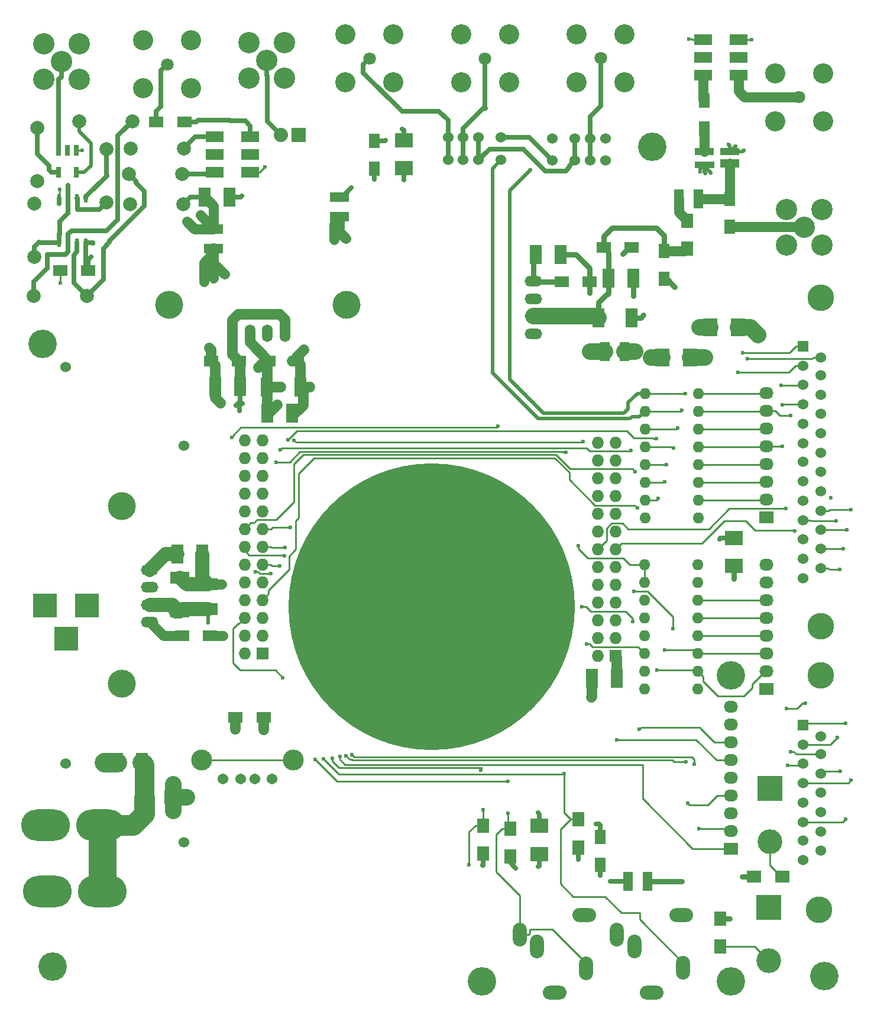
<source format=gbr>
G04 #@! TF.FileFunction,Copper,L1,Top,Signal*
%FSLAX46Y46*%
G04 Gerber Fmt 4.6, Leading zero omitted, Abs format (unit mm)*
G04 Created by KiCad (PCBNEW 4.0.1-3.201512221401+6198~38~ubuntu15.10.1-stable) date Tue 04 Oct 2016 03:44:24 PM PDT*
%MOMM*%
G01*
G04 APERTURE LIST*
%ADD10C,0.100000*%
%ADD11R,2.000000X1.600000*%
%ADD12C,4.064000*%
%ADD13O,1.600000X1.600000*%
%ADD14R,1.727200X1.727200*%
%ADD15O,1.727200X1.727200*%
%ADD16R,2.500000X2.000000*%
%ADD17C,1.998980*%
%ADD18R,1.778000X2.794000*%
%ADD19O,2.499360X1.501140*%
%ADD20R,1.800860X2.700020*%
%ADD21R,1.700000X2.000000*%
%ADD22R,1.600000X2.000000*%
%ADD23C,1.524000*%
%ADD24R,2.000000X2.500000*%
%ADD25C,1.800000*%
%ADD26C,2.880000*%
%ADD27R,2.799080X1.198880*%
%ADD28R,2.799080X1.000760*%
%ADD29C,3.048000*%
%ADD30R,2.032000X2.032000*%
%ADD31O,2.032000X2.032000*%
%ADD32R,2.540000X1.650000*%
%ADD33C,4.000000*%
%ADD34O,7.000000X4.500000*%
%ADD35O,1.501140X2.499360*%
%ADD36R,2.794000X1.778000*%
%ADD37R,3.500120X3.500120*%
%ADD38R,2.651760X2.029460*%
%ADD39R,0.760000X1.650000*%
%ADD40R,0.508000X1.143000*%
%ADD41R,2.700020X1.800860*%
%ADD42C,3.540760*%
%ADD43R,3.540760X3.540760*%
%ADD44R,2.700000X1.400000*%
%ADD45R,1.400000X2.700000*%
%ADD46R,2.032000X1.727200*%
%ADD47O,2.032000X1.727200*%
%ADD48R,2.000000X1.700000*%
%ADD49C,3.810000*%
%ADD50R,1.524000X1.524000*%
%ADD51C,41.000000*%
%ADD52C,1.540000*%
%ADD53C,3.000000*%
%ADD54O,3.400000X2.000000*%
%ADD55O,2.000000X3.400000*%
%ADD56C,0.600000*%
%ADD57C,1.500000*%
%ADD58C,0.250000*%
%ADD59C,2.000000*%
%ADD60C,2.800000*%
%ADD61C,0.700000*%
%ADD62C,2.400000*%
%ADD63C,1.400000*%
%ADD64C,0.800000*%
%ADD65C,0.500000*%
%ADD66C,1.420000*%
%ADD67C,3.000000*%
%ADD68C,4.000000*%
G04 APERTURE END LIST*
D10*
D11*
X81185000Y-127665000D03*
X77185000Y-127665000D03*
D12*
X136815000Y-45990000D03*
X49585000Y-74180000D03*
X50980000Y-163240000D03*
X161520000Y-164635000D03*
X112460000Y-165405000D03*
X148150000Y-165405000D03*
D13*
X135745000Y-105795000D03*
X135745000Y-108335000D03*
X135745000Y-110875000D03*
X135745000Y-113415000D03*
X135745000Y-115955000D03*
X135745000Y-118495000D03*
X135745000Y-121035000D03*
X135745000Y-123575000D03*
X143365000Y-123575000D03*
X143365000Y-121035000D03*
X143365000Y-118495000D03*
X143365000Y-115955000D03*
X143365000Y-113415000D03*
X143365000Y-110875000D03*
X143365000Y-108335000D03*
X143365000Y-105795000D03*
D14*
X131612160Y-118838160D03*
D15*
X129072160Y-118838160D03*
X131612160Y-116298160D03*
X129072160Y-116298160D03*
X131612160Y-113758160D03*
X129072160Y-113758160D03*
X131612160Y-111218160D03*
X129072160Y-111218160D03*
X131612160Y-108678160D03*
X129072160Y-108678160D03*
X131612160Y-106138160D03*
X129072160Y-106138160D03*
X131612160Y-103598160D03*
X129072160Y-103598160D03*
X131612160Y-101058160D03*
X129072160Y-101058160D03*
X131612160Y-98518160D03*
X129072160Y-98518160D03*
X131612160Y-95978160D03*
X129072160Y-95978160D03*
X131612160Y-93438160D03*
X129072160Y-93438160D03*
X131612160Y-90898160D03*
X129072160Y-90898160D03*
X131612160Y-88358160D03*
X129072160Y-88358160D03*
D16*
X120655000Y-147170000D03*
X120655000Y-143170000D03*
D17*
X62150000Y-46265000D03*
X69770000Y-46265000D03*
D14*
X81017900Y-118459700D03*
D15*
X78477900Y-118459700D03*
X81017900Y-115919700D03*
X78477900Y-115919700D03*
X81017900Y-113379700D03*
X78477900Y-113379700D03*
X81017900Y-110839700D03*
X78477900Y-110839700D03*
X81017900Y-108299700D03*
X78477900Y-108299700D03*
X81017900Y-105759700D03*
X78477900Y-105759700D03*
X81017900Y-103219700D03*
X78477900Y-103219700D03*
X81017900Y-100679700D03*
X78477900Y-100679700D03*
X81017900Y-98139700D03*
X78477900Y-98139700D03*
X81017900Y-95599700D03*
X78477900Y-95599700D03*
X81017900Y-93059700D03*
X78477900Y-93059700D03*
X81017900Y-90519700D03*
X78477900Y-90519700D03*
X81017900Y-87979700D03*
X78477900Y-87979700D03*
D18*
X120205000Y-61400000D03*
X123761000Y-61400000D03*
D19*
X119855000Y-70275000D03*
X119855000Y-72775000D03*
X119855000Y-67775000D03*
X119855000Y-65275000D03*
D20*
X129129400Y-70450000D03*
X133930000Y-70450000D03*
D11*
X123880000Y-65300000D03*
X127880000Y-65300000D03*
D21*
X141855000Y-60590000D03*
X141855000Y-56590000D03*
D11*
X129930000Y-60400000D03*
X133930000Y-60400000D03*
D18*
X130599000Y-64775000D03*
X134155000Y-64775000D03*
D22*
X138535000Y-60930000D03*
X138535000Y-64930000D03*
D23*
X115200000Y-44705000D03*
X112000000Y-44705000D03*
X109800000Y-44705000D03*
X107600000Y-44705000D03*
X115200000Y-47905000D03*
X112000000Y-47905000D03*
X109800000Y-47905000D03*
X107600000Y-47905000D03*
D24*
X145155000Y-71845000D03*
X149155000Y-71845000D03*
D25*
X112920000Y-33395000D03*
D26*
X116350000Y-36825000D03*
X109490000Y-36825000D03*
X109490000Y-29965000D03*
X116350000Y-29965000D03*
D27*
X147925000Y-48424580D03*
D28*
X147925000Y-46705000D03*
X144323280Y-46705000D03*
D10*
G36*
X145722820Y-49105300D02*
X142923740Y-49105300D01*
X142923740Y-48104540D01*
X145722820Y-48104540D01*
X145722820Y-49105300D01*
X145722820Y-49105300D01*
G37*
D25*
X129450000Y-33330000D03*
D26*
X132880000Y-36760000D03*
X126020000Y-36760000D03*
X126020000Y-29900000D03*
X132880000Y-29900000D03*
D23*
X122550000Y-48005000D03*
X125750000Y-48005000D03*
X127950000Y-48005000D03*
X130150000Y-48005000D03*
X122550000Y-44805000D03*
X125750000Y-44805000D03*
X127950000Y-44805000D03*
X130150000Y-44805000D03*
D22*
X147925000Y-53455000D03*
X147925000Y-57455000D03*
D29*
X158626227Y-57543329D03*
X161166227Y-55003329D03*
X161166227Y-60083329D03*
X156086227Y-60083329D03*
X156086227Y-55003329D03*
D25*
X157861600Y-38929680D03*
D26*
X154431600Y-42359680D03*
X154431600Y-35499680D03*
X161291600Y-35499680D03*
X161291600Y-42359680D03*
D22*
X144335000Y-39425000D03*
X144335000Y-43425000D03*
D16*
X101250000Y-45055000D03*
X101250000Y-49055000D03*
D25*
X96375000Y-33365000D03*
D26*
X99805000Y-36795000D03*
X92945000Y-36795000D03*
X92945000Y-29935000D03*
X99805000Y-29935000D03*
D22*
X97100000Y-45155000D03*
X97100000Y-49155000D03*
D29*
X81685000Y-33625000D03*
X79145000Y-31085000D03*
X84225000Y-31085000D03*
X84225000Y-36165000D03*
X79145000Y-36165000D03*
D30*
X86245000Y-44330000D03*
D31*
X83705000Y-44330000D03*
D25*
X67410000Y-34230000D03*
D26*
X70840000Y-37660000D03*
X63980000Y-37660000D03*
X63980000Y-30800000D03*
X70840000Y-30800000D03*
D11*
X65840000Y-42455000D03*
X69840000Y-42455000D03*
D18*
X72795000Y-53235000D03*
X76351000Y-53235000D03*
D11*
X56075000Y-63680000D03*
X52075000Y-63680000D03*
D32*
X74205000Y-44560000D03*
X79285000Y-44560000D03*
X74205000Y-47100000D03*
X74205000Y-49640000D03*
X79285000Y-49640000D03*
X79285000Y-47100000D03*
D17*
X69720000Y-54210000D03*
X62100000Y-54210000D03*
X69575000Y-49895000D03*
X61955000Y-49895000D03*
D11*
X69545000Y-115990000D03*
X73545000Y-115990000D03*
D33*
X60880000Y-97450000D03*
X60880000Y-122850000D03*
D18*
X68904000Y-104310000D03*
X72460000Y-104310000D03*
D19*
X64925000Y-111520000D03*
X64925000Y-114020000D03*
X64925000Y-109020000D03*
X64925000Y-106520000D03*
D20*
X81684400Y-80400000D03*
X86485000Y-80400000D03*
D34*
X50205000Y-152505000D03*
X58105000Y-152505000D03*
D18*
X81759000Y-84150000D03*
X85315000Y-84150000D03*
X77870000Y-80300000D03*
X74314000Y-80300000D03*
D33*
X67675000Y-68590000D03*
X93075000Y-68590000D03*
D34*
X49945000Y-143015000D03*
X57845000Y-143015000D03*
D23*
X52870000Y-77515000D03*
X52870000Y-134215000D03*
D18*
X131766000Y-122065000D03*
X128210000Y-122065000D03*
D35*
X79240000Y-72705000D03*
X76740000Y-72705000D03*
X81740000Y-72705000D03*
X84240000Y-72705000D03*
D21*
X116560000Y-147565000D03*
X116560000Y-143565000D03*
X112625000Y-147090000D03*
X112625000Y-143090000D03*
D11*
X77670000Y-76655000D03*
X73670000Y-76655000D03*
X81925000Y-76655000D03*
X85925000Y-76655000D03*
D22*
X129380000Y-148760000D03*
X129380000Y-144760000D03*
D21*
X126270000Y-146225000D03*
X126270000Y-142225000D03*
D36*
X73265000Y-112155000D03*
X73265000Y-108599000D03*
D16*
X148550000Y-101990000D03*
X148550000Y-105990000D03*
D24*
X138255000Y-76170000D03*
X142255000Y-76170000D03*
D13*
X135825000Y-81290000D03*
X135825000Y-83830000D03*
X135825000Y-86370000D03*
X135825000Y-88910000D03*
X135825000Y-91450000D03*
X135825000Y-93990000D03*
X135825000Y-96530000D03*
X135825000Y-99070000D03*
X143445000Y-99070000D03*
X143445000Y-96530000D03*
X143445000Y-93990000D03*
X143445000Y-91450000D03*
X143445000Y-88910000D03*
X143445000Y-86370000D03*
X143445000Y-83830000D03*
X143445000Y-81290000D03*
D18*
X63781000Y-134105000D03*
X60225000Y-134105000D03*
D37*
X55910000Y-111645000D03*
X49910520Y-111645000D03*
X52910260Y-116344000D03*
D38*
X64115000Y-139085000D03*
X68285680Y-139085000D03*
D29*
X52250000Y-33835000D03*
X49710000Y-36375000D03*
X49710000Y-31295000D03*
X54790000Y-31295000D03*
X54790000Y-36375000D03*
D17*
X48780000Y-50940000D03*
X48780000Y-43320000D03*
X62390000Y-42375000D03*
X54770000Y-42375000D03*
X48340000Y-61780000D03*
X48340000Y-54160000D03*
X58685000Y-46345000D03*
X58685000Y-53965000D03*
X55910000Y-67360000D03*
X48290000Y-67360000D03*
D23*
X69815000Y-88760000D03*
X69815000Y-145460000D03*
D39*
X51880000Y-49685000D03*
X54420000Y-49685000D03*
X51880000Y-46510000D03*
X53150000Y-46510000D03*
X54420000Y-46510000D03*
D40*
X55780000Y-59770000D03*
X54510000Y-59770000D03*
X53240000Y-59770000D03*
X51970000Y-59770000D03*
X51970000Y-53420000D03*
X53240000Y-53420000D03*
X54510000Y-53420000D03*
X55780000Y-53420000D03*
D41*
X69235000Y-112450000D03*
X69235000Y-107649400D03*
D42*
X153685000Y-145375000D03*
D43*
X153685000Y-137755000D03*
D42*
X153555000Y-162445000D03*
D43*
X153555000Y-154825000D03*
D44*
X92060000Y-53198760D03*
X92060000Y-55998760D03*
D45*
X140623760Y-53455000D03*
X143423760Y-53455000D03*
D44*
X74070000Y-57773760D03*
X74070000Y-60573760D03*
D45*
X130055000Y-75290000D03*
X132855000Y-75290000D03*
X133343760Y-151055000D03*
X136143760Y-151055000D03*
D46*
X148150000Y-146435000D03*
D47*
X148150000Y-143895000D03*
X148150000Y-141355000D03*
X148150000Y-138815000D03*
X148150000Y-136275000D03*
X148150000Y-133735000D03*
X148150000Y-131195000D03*
X148150000Y-128655000D03*
X148150000Y-126115000D03*
D48*
X155455000Y-150385000D03*
X151455000Y-150385000D03*
D21*
X146580000Y-160400000D03*
X146580000Y-156400000D03*
D46*
X153215000Y-123580000D03*
D47*
X153215000Y-121040000D03*
X153215000Y-118500000D03*
X153215000Y-115960000D03*
X153215000Y-113420000D03*
X153215000Y-110880000D03*
X153215000Y-108340000D03*
X153215000Y-105800000D03*
D46*
X153215000Y-99035000D03*
D47*
X153215000Y-96495000D03*
X153215000Y-93955000D03*
X153215000Y-91415000D03*
X153215000Y-88875000D03*
X153215000Y-86335000D03*
X153215000Y-83795000D03*
X153215000Y-81255000D03*
D32*
X149200000Y-35785000D03*
X144120000Y-35785000D03*
X149200000Y-33245000D03*
X149200000Y-30705000D03*
X144120000Y-30705000D03*
X144120000Y-33245000D03*
D49*
X160741000Y-155183000D03*
X160995000Y-121655000D03*
D50*
X158455000Y-128767000D03*
D23*
X158455000Y-131561000D03*
X158455000Y-134228000D03*
X158455000Y-137022000D03*
X158455000Y-139816000D03*
X158455000Y-142610000D03*
X158455000Y-145277000D03*
X158455000Y-148071000D03*
X160995000Y-130341800D03*
X160995000Y-132881800D03*
X160995000Y-135675800D03*
X160995000Y-138419000D03*
X160995000Y-141162200D03*
X160995000Y-143956200D03*
X160995000Y-146699400D03*
D49*
X160965000Y-114595000D03*
X160965000Y-67605000D03*
D50*
X158425000Y-74590000D03*
D23*
X158425000Y-77384000D03*
X158425000Y-80051000D03*
X158425000Y-82845000D03*
X158425000Y-85639000D03*
X158425000Y-88433000D03*
X158425000Y-91100000D03*
X158425000Y-93894000D03*
X158425000Y-96688000D03*
X158425000Y-99482000D03*
X158425000Y-102149000D03*
X158425000Y-104943000D03*
X158425000Y-107737000D03*
X160965000Y-76164800D03*
X160965000Y-78704800D03*
X160965000Y-81498800D03*
X160965000Y-84242000D03*
X160965000Y-86985200D03*
X160965000Y-89779200D03*
X160965000Y-92522400D03*
X160965000Y-95265600D03*
X160965000Y-98110400D03*
X160965000Y-100802800D03*
X160965000Y-103546000D03*
X160965000Y-106340000D03*
D51*
X105250000Y-111805000D03*
D12*
X148150000Y-121615000D03*
D52*
X79925000Y-136475000D03*
X77925000Y-136475000D03*
X82425000Y-136475000D03*
X75425000Y-136475000D03*
D53*
X85495000Y-133765000D03*
X72355000Y-133765000D03*
D54*
X122880000Y-167005000D03*
D55*
X120380000Y-160405000D03*
X117880000Y-158705000D03*
X127380000Y-163505000D03*
D54*
X127080000Y-155905000D03*
X136790000Y-166975000D03*
D55*
X134290000Y-160375000D03*
X131790000Y-158675000D03*
X141290000Y-163475000D03*
D54*
X140990000Y-155875000D03*
D56*
X77185000Y-129330000D03*
X52015000Y-52145000D03*
X128170000Y-124730000D03*
X52100000Y-65515000D03*
X58325000Y-134105000D03*
X120470000Y-141310000D03*
X128835000Y-142860000D03*
X152010000Y-72920000D03*
X144395000Y-76170000D03*
X75174000Y-108599000D03*
X75345000Y-115990000D03*
X75055000Y-82640000D03*
X73420000Y-74795000D03*
X86860000Y-83000000D03*
X87850000Y-80400000D03*
X86945000Y-75045000D03*
X147975000Y-156400000D03*
X149760000Y-150385000D03*
X148535000Y-107805000D03*
X140105000Y-66045000D03*
X134155000Y-67385000D03*
X127880000Y-66900000D03*
X135610000Y-70070000D03*
X132595000Y-61370000D03*
X101250000Y-50755000D03*
X97100000Y-50650000D03*
X78070000Y-53085000D03*
X148755000Y-45905000D03*
X145215000Y-49745000D03*
X143752190Y-49582810D03*
X144475000Y-49845000D03*
X149985000Y-46495000D03*
X147775000Y-45710000D03*
X142060000Y-30615000D03*
X146465000Y-102125000D03*
X143645000Y-71845000D03*
X136665000Y-76170000D03*
X134380000Y-75290000D03*
X101065000Y-43470000D03*
X98600000Y-45155000D03*
X93795000Y-51850000D03*
X56485000Y-61770000D03*
X56734000Y-59770000D03*
X70210000Y-56645000D03*
X72160000Y-55795000D03*
X81185000Y-129405000D03*
X73290000Y-114050000D03*
X127970000Y-75290000D03*
X91325000Y-59350000D03*
X92975000Y-59150000D03*
X72710000Y-65350000D03*
X74070000Y-64810000D03*
X75646240Y-64250000D03*
X80485000Y-77625000D03*
X83175000Y-82970000D03*
X83640000Y-80400000D03*
X124210000Y-135665000D03*
X89740000Y-133565000D03*
X83939960Y-121965000D03*
X116170000Y-141380000D03*
X116170000Y-136815000D03*
X88590000Y-133685000D03*
X110600000Y-148735000D03*
X112604999Y-140860001D03*
X112305000Y-135160000D03*
X91050000Y-133455000D03*
X141115000Y-83655000D03*
X119385000Y-49345000D03*
X141610000Y-81290000D03*
X126260000Y-103105000D03*
X114715000Y-86004990D03*
X76630000Y-87590000D03*
X134700000Y-97700000D03*
X54514489Y-54964489D03*
X53210000Y-51535000D03*
X68285680Y-137180680D03*
X70190000Y-139085000D03*
X68285680Y-140995680D03*
X77267000Y-83000000D03*
X77795000Y-83745000D03*
X78215000Y-82742000D03*
X155959999Y-97775001D03*
X164545000Y-128490000D03*
X164709990Y-100802800D03*
X163389990Y-130510000D03*
X163225000Y-99510000D03*
X156235000Y-134535000D03*
X156060000Y-126345000D03*
X158740000Y-125600000D03*
X165335000Y-136635000D03*
X165290000Y-97920000D03*
X164559998Y-142189998D03*
X164166000Y-103546000D03*
X156685001Y-132514999D03*
X156645000Y-84445000D03*
X163750000Y-135380000D03*
X163710000Y-106450000D03*
X157230010Y-100925000D03*
X162410000Y-96210000D03*
X149770000Y-75475000D03*
X149110000Y-78285000D03*
X155315000Y-80155000D03*
X155510010Y-82970000D03*
X155510010Y-88875000D03*
X150515000Y-76290000D03*
X117330000Y-149190000D03*
X129380000Y-150220000D03*
X112625000Y-148790000D03*
X120525000Y-149000000D03*
X126270000Y-147925000D03*
X130835000Y-151055000D03*
X55215000Y-46510000D03*
X141060000Y-151055000D03*
X133830000Y-89450000D03*
X83590000Y-89390000D03*
X83525010Y-105985000D03*
X92145000Y-133240000D03*
X84245000Y-103360000D03*
X84690000Y-87945000D03*
X137415001Y-87784999D03*
X143505000Y-143515000D03*
X142890000Y-134350000D03*
X93810000Y-132955000D03*
X84225000Y-104565000D03*
X127430000Y-117120000D03*
X126970000Y-88220000D03*
X85542008Y-87976890D03*
X85010000Y-100435000D03*
X139805000Y-114905000D03*
X134235009Y-109620000D03*
X134400000Y-92465000D03*
X82964990Y-91115000D03*
X124460000Y-89715011D03*
X126745000Y-111790000D03*
X134090000Y-113920000D03*
X141890000Y-139895000D03*
X141645000Y-134005020D03*
X93015000Y-133105000D03*
X82245000Y-107025000D03*
X80005000Y-106830000D03*
X134995000Y-129350000D03*
X131765000Y-130815000D03*
X151115000Y-30705000D03*
X81400000Y-48910000D03*
X137545000Y-120905000D03*
X137720000Y-96335000D03*
X138640000Y-118000000D03*
X138640000Y-93920000D03*
X138925000Y-91450000D03*
X143365000Y-113415000D03*
X139859990Y-89145000D03*
X140485000Y-86265000D03*
D57*
X77185000Y-127665000D02*
X77185000Y-129330000D01*
D58*
X52015000Y-52553500D02*
X52015000Y-52145000D01*
X51970000Y-53420000D02*
X51970000Y-52598500D01*
X51970000Y-52598500D02*
X52015000Y-52553500D01*
D57*
X128210000Y-122065000D02*
X128210000Y-124690000D01*
X128210000Y-124690000D02*
X128170000Y-124730000D01*
D58*
X52100000Y-64755000D02*
X52100000Y-65515000D01*
X52075000Y-63680000D02*
X52075000Y-64730000D01*
X52075000Y-64730000D02*
X52100000Y-64755000D01*
D59*
X73265000Y-108599000D02*
X70184600Y-108599000D01*
X70184600Y-108599000D02*
X69235000Y-107649400D01*
X72460000Y-104310000D02*
X72460000Y-107794000D01*
X72460000Y-107794000D02*
X73265000Y-108599000D01*
D60*
X60225000Y-134105000D02*
X58325000Y-134105000D01*
D61*
X120655000Y-143170000D02*
X120655000Y-141495000D01*
X120655000Y-141495000D02*
X120470000Y-141310000D01*
X129225000Y-142905000D02*
X128880000Y-142905000D01*
X128880000Y-142905000D02*
X128835000Y-142860000D01*
X129380000Y-144760000D02*
X129380000Y-143060000D01*
X129380000Y-143060000D02*
X129225000Y-142905000D01*
D62*
X150935000Y-71845000D02*
X152010000Y-72920000D01*
X149155000Y-71845000D02*
X150935000Y-71845000D01*
X142255000Y-76170000D02*
X144395000Y-76170000D01*
D63*
X73265000Y-108599000D02*
X75174000Y-108599000D01*
X73545000Y-115990000D02*
X75345000Y-115990000D01*
D57*
X74314000Y-80300000D02*
X74314000Y-81899000D01*
X74314000Y-81899000D02*
X75055000Y-82640000D01*
X73670000Y-76655000D02*
X73670000Y-75045000D01*
X73670000Y-75045000D02*
X73420000Y-74795000D01*
X74314000Y-80300000D02*
X74314000Y-77299000D01*
X74314000Y-77299000D02*
X73670000Y-76655000D01*
X85285907Y-76655000D02*
X85925000Y-76655000D01*
X81740000Y-72705000D02*
X81740000Y-73109093D01*
X86485000Y-80400000D02*
X86485000Y-77215000D01*
X86485000Y-77215000D02*
X85925000Y-76655000D01*
X86860000Y-83000000D02*
X86860000Y-80775000D01*
X86860000Y-80775000D02*
X86485000Y-80400000D01*
X85315000Y-84150000D02*
X85710000Y-84150000D01*
X85710000Y-84150000D02*
X86860000Y-83000000D01*
X86485000Y-80400000D02*
X87850000Y-80400000D01*
X85925000Y-76065000D02*
X86945000Y-75045000D01*
X85925000Y-76655000D02*
X85925000Y-76065000D01*
D64*
X146580000Y-156400000D02*
X147975000Y-156400000D01*
X151455000Y-150385000D02*
X149760000Y-150385000D01*
X148535000Y-107805000D02*
X148550000Y-107790000D01*
X148550000Y-105990000D02*
X148550000Y-107790000D01*
X138990000Y-64930000D02*
X140105000Y-66045000D01*
X138535000Y-64930000D02*
X138990000Y-64930000D01*
X134155000Y-64775000D02*
X134155000Y-67385000D01*
X125945000Y-61405000D02*
X127880000Y-63340000D01*
X127880000Y-63340000D02*
X127880000Y-65300000D01*
X125455000Y-61405000D02*
X125945000Y-61405000D01*
X123761000Y-61400000D02*
X125450000Y-61400000D01*
X125450000Y-61400000D02*
X125455000Y-61405000D01*
X127885000Y-66905000D02*
X127880000Y-66900000D01*
X127880000Y-65300000D02*
X127880000Y-66900000D01*
X135230000Y-70450000D02*
X135610000Y-70070000D01*
X133930000Y-70450000D02*
X135230000Y-70450000D01*
X133930000Y-60400000D02*
X133565000Y-60400000D01*
X133565000Y-60400000D02*
X132595000Y-61370000D01*
D61*
X101295000Y-50800000D02*
X101250000Y-50755000D01*
X101250000Y-49055000D02*
X101250000Y-50755000D01*
X97100000Y-49155000D02*
X97100000Y-50650000D01*
X76351000Y-53235000D02*
X77920000Y-53235000D01*
X77920000Y-53235000D02*
X78070000Y-53085000D01*
D65*
X147925000Y-46705000D02*
X147955000Y-46705000D01*
X147955000Y-46705000D02*
X148755000Y-45905000D01*
X144323280Y-48604920D02*
X144323280Y-48853280D01*
X144323280Y-48853280D02*
X145215000Y-49745000D01*
X144323280Y-48604920D02*
X143752190Y-49176010D01*
X143752190Y-49176010D02*
X143752190Y-49582810D01*
X144323280Y-48604920D02*
X144323280Y-49693280D01*
X144323280Y-49693280D02*
X144475000Y-49845000D01*
X147925000Y-46705000D02*
X149775000Y-46705000D01*
X149775000Y-46705000D02*
X149985000Y-46495000D01*
X147925000Y-46705000D02*
X147925000Y-45860000D01*
X147925000Y-45860000D02*
X147775000Y-45710000D01*
D58*
X142510000Y-30615000D02*
X142060000Y-30615000D01*
X144120000Y-30705000D02*
X142600000Y-30705000D01*
X142600000Y-30705000D02*
X142510000Y-30615000D01*
D61*
X51970000Y-54110000D02*
X51920000Y-54160000D01*
X51970000Y-53420000D02*
X51970000Y-54110000D01*
X148550000Y-101990000D02*
X146600000Y-101990000D01*
X146600000Y-101990000D02*
X146465000Y-102125000D01*
D62*
X145155000Y-71845000D02*
X143645000Y-71845000D01*
X138255000Y-76170000D02*
X136665000Y-76170000D01*
X132855000Y-75290000D02*
X134380000Y-75290000D01*
D61*
X115200000Y-44705000D02*
X119250000Y-44705000D01*
X119250000Y-44705000D02*
X122550000Y-48005000D01*
X101250000Y-45055000D02*
X101250000Y-43655000D01*
X101250000Y-43655000D02*
X101065000Y-43470000D01*
X98705000Y-45050000D02*
X98600000Y-45155000D01*
X97100000Y-45155000D02*
X98600000Y-45155000D01*
X92446240Y-53198760D02*
X93795000Y-51850000D01*
X92060000Y-53198760D02*
X92446240Y-53198760D01*
D66*
X144120000Y-35785000D02*
X144120000Y-39210000D01*
X144120000Y-39210000D02*
X144335000Y-39425000D01*
X144335000Y-43425000D02*
X144335000Y-46693280D01*
X144335000Y-46693280D02*
X144323280Y-46705000D01*
D62*
X119855000Y-70275000D02*
X128954400Y-70275000D01*
X128954400Y-70275000D02*
X129129400Y-70450000D01*
D64*
X130599000Y-64775000D02*
X130599000Y-61069000D01*
X130599000Y-61069000D02*
X129930000Y-60400000D01*
X130369390Y-67060000D02*
X130511000Y-67060000D01*
X130511000Y-67060000D02*
X130599000Y-66972000D01*
X130599000Y-66972000D02*
X130599000Y-64775000D01*
X129129400Y-70450000D02*
X129129400Y-68299990D01*
X129129400Y-68299990D02*
X130369390Y-67060000D01*
X129930000Y-60400000D02*
X129930000Y-58800000D01*
X129930000Y-58800000D02*
X131110000Y-57620000D01*
X131110000Y-57620000D02*
X137425000Y-57620000D01*
X137425000Y-57620000D02*
X138535000Y-58730000D01*
X138535000Y-58730000D02*
X138535000Y-60930000D01*
D66*
X138535000Y-60930000D02*
X141515000Y-60930000D01*
X141515000Y-60930000D02*
X141855000Y-60590000D01*
X147925000Y-53455000D02*
X143423760Y-53455000D01*
X147925000Y-48424580D02*
X147925000Y-53455000D01*
X147925000Y-57455000D02*
X158537898Y-57455000D01*
X158537898Y-57455000D02*
X158626227Y-57543329D01*
D61*
X56075000Y-63680000D02*
X56075000Y-62180000D01*
X56075000Y-62180000D02*
X56485000Y-61770000D01*
X56759000Y-59795000D02*
X56734000Y-59770000D01*
X55780000Y-59770000D02*
X56734000Y-59770000D01*
D63*
X74070000Y-57773760D02*
X74070000Y-54510000D01*
X74070000Y-54510000D02*
X72795000Y-53235000D01*
X71320000Y-57773760D02*
X71320000Y-57755000D01*
X71320000Y-57755000D02*
X70210000Y-56645000D01*
X74070000Y-57773760D02*
X71320000Y-57773760D01*
X71320000Y-57773760D02*
X70910000Y-57363760D01*
X74070000Y-57705000D02*
X72160000Y-55795000D01*
X74070000Y-57773760D02*
X74070000Y-57705000D01*
D61*
X72795000Y-53235000D02*
X70695000Y-53235000D01*
X70695000Y-53235000D02*
X69720000Y-54210000D01*
X55780000Y-59770000D02*
X55780000Y-63385000D01*
X55780000Y-63385000D02*
X56075000Y-63680000D01*
X67410000Y-34230000D02*
X66510001Y-35129999D01*
X66510001Y-35129999D02*
X66510001Y-40284999D01*
X65840000Y-40955000D02*
X65840000Y-42455000D01*
X66510001Y-40284999D02*
X65840000Y-40955000D01*
X71805000Y-42200000D02*
X71550000Y-42455000D01*
X71550000Y-42455000D02*
X69840000Y-42455000D01*
X76295000Y-42200000D02*
X71805000Y-42200000D01*
X76405000Y-42310000D02*
X76295000Y-42200000D01*
X78560000Y-42310000D02*
X76405000Y-42310000D01*
X79285000Y-44560000D02*
X79285000Y-43035000D01*
X79285000Y-43035000D02*
X78560000Y-42310000D01*
D57*
X81185000Y-127665000D02*
X81185000Y-129405000D01*
X131766000Y-122065000D02*
X131766000Y-118992000D01*
X131766000Y-118992000D02*
X131612160Y-118838160D01*
D65*
X73290000Y-113569000D02*
X73290000Y-114050000D01*
X73265000Y-112155000D02*
X73265000Y-113544000D01*
X73265000Y-113544000D02*
X73290000Y-113569000D01*
D59*
X68595000Y-112450000D02*
X68595000Y-111940320D01*
X68174680Y-111520000D02*
X64925000Y-111520000D01*
X68595000Y-111940320D02*
X68174680Y-111520000D01*
X69235000Y-112450000D02*
X68595000Y-112450000D01*
X73265000Y-112155000D02*
X69530000Y-112155000D01*
X69530000Y-112155000D02*
X69235000Y-112450000D01*
D62*
X130055000Y-75290000D02*
X127970000Y-75290000D01*
D63*
X91325000Y-57145000D02*
X91325000Y-59350000D01*
X92060000Y-56410000D02*
X91325000Y-57145000D01*
X92060000Y-55998760D02*
X92060000Y-56410000D01*
X92060000Y-58235000D02*
X92975000Y-59150000D01*
X92060000Y-55998760D02*
X92060000Y-58235000D01*
X72710000Y-62600000D02*
X72710000Y-65350000D01*
X74070000Y-61240000D02*
X72710000Y-62600000D01*
X74070000Y-60573760D02*
X74070000Y-61240000D01*
X74070000Y-60573760D02*
X74070000Y-64810000D01*
X74070000Y-60573760D02*
X74070000Y-62673760D01*
X74070000Y-62673760D02*
X75646240Y-64250000D01*
D57*
X74070000Y-60573760D02*
X74070000Y-60575000D01*
X81455000Y-76655000D02*
X80485000Y-77625000D01*
X81925000Y-76655000D02*
X81455000Y-76655000D01*
X81995000Y-84150000D02*
X83175000Y-82970000D01*
X81759000Y-84150000D02*
X81995000Y-84150000D01*
X81684400Y-80400000D02*
X83640000Y-80400000D01*
X81925000Y-76655000D02*
X79240000Y-73970000D01*
X79240000Y-73970000D02*
X79240000Y-72705000D01*
X81759000Y-84150000D02*
X81759000Y-76821000D01*
X81759000Y-76821000D02*
X81925000Y-76655000D01*
D61*
X81760000Y-35855261D02*
X81760000Y-42385000D01*
X81760000Y-42385000D02*
X83705000Y-44330000D01*
X81685000Y-33625000D02*
X81685000Y-35780261D01*
X81685000Y-35780261D02*
X81760000Y-35855261D01*
X52250000Y-33835000D02*
X52250000Y-35990261D01*
X52250000Y-35990261D02*
X51880000Y-36360261D01*
X51880000Y-36360261D02*
X51880000Y-46510000D01*
D58*
X135055000Y-155585000D02*
X135055000Y-156540000D01*
X135055000Y-156540000D02*
X141290000Y-162775000D01*
X141290000Y-162775000D02*
X141290000Y-163475000D01*
X132435000Y-155585000D02*
X135055000Y-155585000D01*
X130105000Y-153255000D02*
X132435000Y-155585000D01*
X125520000Y-153255000D02*
X130105000Y-153255000D01*
X123715000Y-151450000D02*
X125520000Y-153255000D01*
X123715000Y-143680000D02*
X123715000Y-151450000D01*
X125170000Y-142225000D02*
X123715000Y-143680000D01*
X81090998Y-120845000D02*
X81315000Y-120845000D01*
X81315000Y-120845000D02*
X82895000Y-120845000D01*
X76845000Y-119880000D02*
X77810000Y-120845000D01*
X77810000Y-120845000D02*
X81315000Y-120845000D01*
X76845000Y-114920000D02*
X76845000Y-119880000D01*
X77521701Y-114243299D02*
X76845000Y-114920000D01*
X78477900Y-113379700D02*
X77614301Y-114243299D01*
X77614301Y-114243299D02*
X77521701Y-114243299D01*
X124210000Y-135665000D02*
X124210000Y-141265000D01*
X124210000Y-141265000D02*
X125170000Y-142225000D01*
X125170000Y-142225000D02*
X126270000Y-142225000D01*
X124089999Y-135785001D02*
X124210000Y-135665000D01*
X89740000Y-133565000D02*
X91960001Y-135785001D01*
X91960001Y-135785001D02*
X124089999Y-135785001D01*
X82895000Y-120845000D02*
X83939960Y-121965000D01*
X84015000Y-121965000D02*
X83939960Y-121965000D01*
X114510000Y-144380000D02*
X115325000Y-143565000D01*
X115325000Y-143565000D02*
X116560000Y-143565000D01*
X114510000Y-149775000D02*
X114510000Y-144380000D01*
X117880000Y-153145000D02*
X114510000Y-149775000D01*
X117880000Y-158705000D02*
X117880000Y-153145000D01*
X119360000Y-157965000D02*
X119360000Y-158475000D01*
X119360000Y-158475000D02*
X119130000Y-158705000D01*
X119130000Y-158705000D02*
X117880000Y-158705000D01*
X122540000Y-157965000D02*
X119360000Y-157965000D01*
X127380000Y-163505000D02*
X127380000Y-162805000D01*
X127380000Y-162805000D02*
X122540000Y-157965000D01*
X116170000Y-141380000D02*
X116170000Y-143175000D01*
X116170000Y-143175000D02*
X116560000Y-143565000D01*
X91720000Y-136815000D02*
X116170000Y-136815000D01*
X88590000Y-133685000D02*
X91720000Y-136815000D01*
X110600000Y-144015000D02*
X110600000Y-148735000D01*
X112625000Y-143090000D02*
X111525000Y-143090000D01*
X111525000Y-143090000D02*
X110600000Y-144015000D01*
X112604999Y-140860001D02*
X112604999Y-143069999D01*
X112604999Y-143069999D02*
X112625000Y-143090000D01*
X112480000Y-134835000D02*
X112305000Y-135010000D01*
X112305000Y-135010000D02*
X112305000Y-135160000D01*
X92005736Y-134835000D02*
X112480000Y-134835000D01*
X91050000Y-133455000D02*
X91050000Y-133879264D01*
X91050000Y-133879264D02*
X92005736Y-134835000D01*
D61*
X118395000Y-46340000D02*
X113565000Y-46340000D01*
X113565000Y-46340000D02*
X112000000Y-47905000D01*
X121505000Y-49450000D02*
X118395000Y-46340000D01*
X124470000Y-49450000D02*
X121505000Y-49450000D01*
X124988001Y-48931999D02*
X124470000Y-49450000D01*
X125750000Y-48005000D02*
X124988001Y-48766999D01*
X124988001Y-48766999D02*
X124988001Y-48931999D01*
X112000000Y-44705000D02*
X112000000Y-47905000D01*
X125750000Y-44805000D02*
X125750000Y-48005000D01*
X112610000Y-40555000D02*
X112920000Y-40245000D01*
X112920000Y-40245000D02*
X112920000Y-33395000D01*
X113005000Y-33385000D02*
X113235000Y-33615000D01*
X109800000Y-44705000D02*
X109800000Y-47905000D01*
X113005000Y-40555000D02*
X112610000Y-40555000D01*
X112610000Y-40555000D02*
X109800000Y-43365000D01*
X109800000Y-43365000D02*
X109800000Y-44705000D01*
X107600000Y-44705000D02*
X107600000Y-47905000D01*
X106320000Y-40960000D02*
X107600000Y-42240000D01*
X107600000Y-42240000D02*
X107600000Y-44705000D01*
X101024798Y-40960000D02*
X106320000Y-40960000D01*
X96375000Y-33365000D02*
X95475001Y-34264999D01*
X95475001Y-34264999D02*
X95475001Y-35410203D01*
X95475001Y-35410203D02*
X101024798Y-40960000D01*
D65*
X135825000Y-83830000D02*
X135025001Y-84629999D01*
X135025001Y-84629999D02*
X133945001Y-84629999D01*
X133945001Y-84629999D02*
X133675000Y-84900000D01*
X133675000Y-84900000D02*
X120490000Y-84900000D01*
X120490000Y-84900000D02*
X113987999Y-78397999D01*
X113987999Y-78397999D02*
X113987999Y-49117001D01*
X113987999Y-49117001D02*
X115200000Y-47905000D01*
D58*
X135825000Y-83830000D02*
X140940000Y-83830000D01*
X140940000Y-83830000D02*
X141115000Y-83655000D01*
D61*
X127980000Y-41670000D02*
X129450000Y-40200000D01*
X129450000Y-40200000D02*
X129450000Y-33330000D01*
X127980000Y-43697370D02*
X127980000Y-41670000D01*
X127950000Y-44805000D02*
X127950000Y-43727370D01*
X127950000Y-43727370D02*
X127980000Y-43697370D01*
X127950000Y-48005000D02*
X127950000Y-44805000D01*
X129450000Y-33330000D02*
X129450000Y-34602792D01*
X129450000Y-34602792D02*
X129445000Y-34607792D01*
D65*
X116412001Y-52317999D02*
X119385000Y-49345000D01*
X121275000Y-84145000D02*
X116412001Y-79282001D01*
X116412001Y-79282001D02*
X116412001Y-52317999D01*
X132750000Y-84145000D02*
X121275000Y-84145000D01*
X133408630Y-83486370D02*
X132750000Y-84145000D01*
X133408630Y-82575000D02*
X133408630Y-83486370D01*
X135825000Y-81290000D02*
X134693630Y-81290000D01*
X134693630Y-81290000D02*
X133408630Y-82575000D01*
D58*
X135825000Y-81290000D02*
X141610000Y-81290000D01*
D66*
X141855000Y-56590000D02*
X140623760Y-55358760D01*
X140623760Y-55358760D02*
X140623760Y-53455000D01*
D58*
X126260000Y-103105000D02*
X126260000Y-103529264D01*
X126260000Y-103529264D02*
X127610735Y-104879999D01*
X127610735Y-104879999D02*
X132734999Y-104879999D01*
X135745000Y-105795000D02*
X135745000Y-106926370D01*
X135745000Y-106926370D02*
X135745000Y-108335000D01*
X132734999Y-104879999D02*
X133650000Y-105795000D01*
X133650000Y-105795000D02*
X135745000Y-105795000D01*
X114565010Y-86179990D02*
X114715000Y-86030000D01*
X114715000Y-86030000D02*
X114715000Y-86004990D01*
X76929999Y-87210001D02*
X77960010Y-86179990D01*
X77960010Y-86179990D02*
X114565010Y-86179990D01*
X76630000Y-87590000D02*
X76929999Y-87290001D01*
X76929999Y-87290001D02*
X76929999Y-87210001D01*
X134329559Y-97329559D02*
X134700000Y-97700000D01*
X124970000Y-92606419D02*
X124970000Y-93635130D01*
X124970000Y-93635130D02*
X128664429Y-97329559D01*
X128664429Y-97329559D02*
X134329559Y-97329559D01*
X100989981Y-90530019D02*
X122893600Y-90530019D01*
X122893600Y-90530019D02*
X124970000Y-92606419D01*
X88455000Y-90560000D02*
X100960000Y-90560000D01*
X100960000Y-90560000D02*
X100989981Y-90530019D01*
X86245000Y-99090000D02*
X86245000Y-92770000D01*
X86245000Y-92770000D02*
X88455000Y-90560000D01*
X85825000Y-99510000D02*
X86245000Y-99090000D01*
X85585000Y-103870000D02*
X85825000Y-103630000D01*
X85825000Y-103630000D02*
X85825000Y-99510000D01*
X84850001Y-104604999D02*
X85585000Y-103870000D01*
X81881499Y-109453501D02*
X84850001Y-106484999D01*
X84850001Y-106484999D02*
X84850001Y-104604999D01*
X81017900Y-110839700D02*
X81881499Y-109976101D01*
X81881499Y-109976101D02*
X81881499Y-109453501D01*
D61*
X54514489Y-54964489D02*
X54514489Y-53424489D01*
X54514489Y-53424489D02*
X54510000Y-53420000D01*
X58685000Y-53965000D02*
X57685511Y-54964489D01*
X57685511Y-54964489D02*
X54514489Y-54964489D01*
X50475000Y-48760000D02*
X48780000Y-47065000D01*
X48780000Y-47065000D02*
X48780000Y-43320000D01*
X50475000Y-49360000D02*
X50475000Y-48760000D01*
X51880000Y-49685000D02*
X50800000Y-49685000D01*
X50800000Y-49685000D02*
X50475000Y-49360000D01*
X50275000Y-63335000D02*
X48290000Y-65320000D01*
X48290000Y-65320000D02*
X48290000Y-67360000D01*
X50275000Y-61415000D02*
X50275000Y-63335000D01*
X52866500Y-61415000D02*
X50275000Y-61415000D01*
X53240000Y-59770000D02*
X53240000Y-61041500D01*
X53240000Y-61041500D02*
X52866500Y-61415000D01*
X62390000Y-42375000D02*
X60325000Y-44440000D01*
X60325000Y-44440000D02*
X60325000Y-56390000D01*
X60325000Y-56390000D02*
X58715000Y-58000000D01*
X58715000Y-58000000D02*
X53690000Y-58000000D01*
X53690000Y-58000000D02*
X53240000Y-58450000D01*
X53240000Y-58450000D02*
X53240000Y-59770000D01*
D65*
X56476508Y-48708492D02*
X55500000Y-49685000D01*
X55500000Y-49685000D02*
X54420000Y-49685000D01*
X56476508Y-45495000D02*
X56476508Y-48708492D01*
X54770000Y-42375000D02*
X54770000Y-43788492D01*
X54770000Y-43788492D02*
X56476508Y-45495000D01*
D61*
X49026508Y-59680000D02*
X49116508Y-59770000D01*
X49116508Y-59770000D02*
X51970000Y-59770000D01*
X48340000Y-61780000D02*
X48340000Y-60366508D01*
X48340000Y-60366508D02*
X49026508Y-59680000D01*
X52025000Y-56685000D02*
X53240000Y-55470000D01*
X53240000Y-55470000D02*
X53240000Y-53420000D01*
X52025000Y-58443500D02*
X52025000Y-56685000D01*
X51970000Y-59770000D02*
X51970000Y-58498500D01*
X51970000Y-58498500D02*
X52025000Y-58443500D01*
X53210000Y-51535000D02*
X53210000Y-53390000D01*
X53210000Y-53390000D02*
X53240000Y-53420000D01*
X58750000Y-50132500D02*
X58685000Y-50067500D01*
X58685000Y-50067500D02*
X58685000Y-46345000D01*
X55780000Y-53420000D02*
X55780000Y-53102500D01*
X55780000Y-53102500D02*
X58750000Y-50132500D01*
X58245000Y-60560000D02*
X58245000Y-65025000D01*
X58245000Y-65025000D02*
X55910000Y-67360000D01*
X59153248Y-59651752D02*
X58245000Y-60560000D01*
X59153248Y-59450000D02*
X59153248Y-59651752D01*
X64145000Y-52335000D02*
X64145000Y-54458248D01*
X64145000Y-54458248D02*
X59153248Y-59450000D01*
X62954489Y-51144489D02*
X64145000Y-52335000D01*
X61955000Y-49895000D02*
X62954489Y-50894489D01*
X62954489Y-50894489D02*
X62954489Y-51144489D01*
X54015000Y-61536500D02*
X54015000Y-65465000D01*
X54015000Y-65465000D02*
X55910000Y-67360000D01*
X54510000Y-59770000D02*
X54510000Y-61041500D01*
X54510000Y-61041500D02*
X54015000Y-61536500D01*
X70769489Y-45215511D02*
X71425000Y-44560000D01*
X71425000Y-44560000D02*
X74205000Y-44560000D01*
X69770000Y-46265000D02*
X70769489Y-45265511D01*
X70769489Y-45265511D02*
X70769489Y-45215511D01*
X69575000Y-49895000D02*
X73950000Y-49895000D01*
X73950000Y-49895000D02*
X74205000Y-49640000D01*
D60*
X64115000Y-139085000D02*
X64115000Y-134439000D01*
X64115000Y-134439000D02*
X63781000Y-134105000D01*
D67*
X62510000Y-143015000D02*
X64115000Y-141410000D01*
X64115000Y-141410000D02*
X64115000Y-139085000D01*
X57845000Y-143015000D02*
X62510000Y-143015000D01*
D62*
X57845000Y-143015000D02*
X60185000Y-143015000D01*
D68*
X58105000Y-152505000D02*
X58105000Y-143275000D01*
X58105000Y-143275000D02*
X57845000Y-143015000D01*
D64*
X123880000Y-65300000D02*
X119880000Y-65300000D01*
X119880000Y-65300000D02*
X119855000Y-65275000D01*
X119855000Y-65275000D02*
X119855000Y-61750000D01*
X119855000Y-61750000D02*
X120205000Y-61400000D01*
D59*
X68904000Y-104310000D02*
X67135000Y-104310000D01*
X67135000Y-104310000D02*
X64925000Y-106520000D01*
D63*
X69545000Y-115990000D02*
X66895000Y-115990000D01*
X66895000Y-115990000D02*
X64925000Y-114020000D01*
D62*
X68285680Y-139085000D02*
X68285680Y-137180680D01*
X68285680Y-139085000D02*
X70190000Y-139085000D01*
X68285680Y-139085000D02*
X68285680Y-140995680D01*
D57*
X76740000Y-72705000D02*
X76740000Y-70840000D01*
X76740000Y-70840000D02*
X77624680Y-69955320D01*
X77624680Y-69955320D02*
X83490320Y-69955320D01*
X83490320Y-69955320D02*
X84240000Y-70705000D01*
X84240000Y-70705000D02*
X84240000Y-72705000D01*
X77670000Y-76655000D02*
X76740000Y-75725000D01*
X76740000Y-75725000D02*
X76740000Y-72705000D01*
X77870000Y-80300000D02*
X77870000Y-76855000D01*
X77870000Y-76855000D02*
X77670000Y-76655000D01*
D61*
X77870000Y-82397000D02*
X77267000Y-83000000D01*
X77770000Y-82497000D02*
X77770000Y-83720000D01*
X77770000Y-83720000D02*
X77795000Y-83745000D01*
X77870000Y-82397000D02*
X77770000Y-82497000D01*
X77870000Y-80300000D02*
X77870000Y-82397000D01*
X77870000Y-82397000D02*
X78215000Y-82742000D01*
D58*
X155795000Y-97775001D02*
X155959999Y-97775001D01*
X147874999Y-97775001D02*
X155795000Y-97775001D01*
X144940000Y-100710000D02*
X147874999Y-97775001D01*
X133420000Y-100710000D02*
X144940000Y-100710000D01*
X132579559Y-99869559D02*
X133420000Y-100710000D01*
X130310000Y-102360320D02*
X130310000Y-100601190D01*
X130310000Y-100601190D02*
X131041631Y-99869559D01*
X131041631Y-99869559D02*
X132579559Y-99869559D01*
X129072160Y-103598160D02*
X130310000Y-102360320D01*
X164545000Y-128490000D02*
X158732000Y-128490000D01*
X158732000Y-128490000D02*
X158455000Y-128767000D01*
X160965000Y-100802800D02*
X164709990Y-100802800D01*
X164872200Y-100802800D02*
X164709990Y-100802800D01*
X163389990Y-130510000D02*
X162338990Y-131561000D01*
X162338990Y-131561000D02*
X158455000Y-131561000D01*
X159530630Y-99510000D02*
X163225000Y-99510000D01*
X158425000Y-99482000D02*
X159502630Y-99482000D01*
X159502630Y-99482000D02*
X159530630Y-99510000D01*
X156235000Y-134535000D02*
X158148000Y-134535000D01*
X158148000Y-134535000D02*
X158455000Y-134228000D01*
X157570736Y-126345000D02*
X156060000Y-126345000D01*
X158740000Y-125600000D02*
X158315736Y-125600000D01*
X158315736Y-125600000D02*
X157570736Y-126345000D01*
X165335000Y-136635000D02*
X164948000Y-137022000D01*
X164948000Y-137022000D02*
X158455000Y-137022000D01*
X162233030Y-97920000D02*
X165290000Y-97920000D01*
X160965000Y-98110400D02*
X162042630Y-98110400D01*
X162042630Y-98110400D02*
X162233030Y-97920000D01*
X164559998Y-142189998D02*
X164139996Y-142610000D01*
X164139996Y-142610000D02*
X158455000Y-142610000D01*
X160965000Y-103546000D02*
X164166000Y-103546000D01*
X156685001Y-132514999D02*
X157109265Y-132514999D01*
X157109265Y-132514999D02*
X157476066Y-132881800D01*
X157476066Y-132881800D02*
X159917370Y-132881800D01*
X159917370Y-132881800D02*
X160995000Y-132881800D01*
X155131000Y-84445000D02*
X156645000Y-84445000D01*
X153215000Y-83795000D02*
X154481000Y-83795000D01*
X154481000Y-83795000D02*
X155131000Y-84445000D01*
X143445000Y-83830000D02*
X153180000Y-83830000D01*
X153180000Y-83830000D02*
X153215000Y-83795000D01*
X163750000Y-135380000D02*
X161290800Y-135380000D01*
X161290800Y-135380000D02*
X160995000Y-135675800D01*
X162152630Y-106450000D02*
X163710000Y-106450000D01*
X160965000Y-106340000D02*
X162042630Y-106340000D01*
X162042630Y-106340000D02*
X162152630Y-106450000D01*
X155455000Y-100855000D02*
X157160010Y-100855000D01*
X157160010Y-100855000D02*
X157230010Y-100925000D01*
X151570000Y-100855000D02*
X155455000Y-100855000D01*
X150255000Y-99540000D02*
X151570000Y-100855000D01*
X147195000Y-99540000D02*
X150255000Y-99540000D01*
X144000439Y-102734561D02*
X147195000Y-99540000D01*
X131612160Y-103598160D02*
X132475759Y-102734561D01*
X132475759Y-102734561D02*
X144000439Y-102734561D01*
X156528000Y-75475000D02*
X149770000Y-75475000D01*
X158425000Y-74590000D02*
X157413000Y-74590000D01*
X157413000Y-74590000D02*
X156528000Y-75475000D01*
X143445000Y-91450000D02*
X153180000Y-91450000D01*
X153180000Y-91450000D02*
X153215000Y-91415000D01*
X156446370Y-78285000D02*
X149110000Y-78285000D01*
X158425000Y-77384000D02*
X157347370Y-77384000D01*
X157347370Y-77384000D02*
X156446370Y-78285000D01*
X143445000Y-93990000D02*
X153180000Y-93990000D01*
X153180000Y-93990000D02*
X153215000Y-93955000D01*
X155315000Y-80155000D02*
X158321000Y-80155000D01*
X158321000Y-80155000D02*
X158425000Y-80051000D01*
X143445000Y-96530000D02*
X153180000Y-96530000D01*
X153180000Y-96530000D02*
X153215000Y-96495000D01*
X158425000Y-82845000D02*
X155635010Y-82845000D01*
X155635010Y-82845000D02*
X155510010Y-82970000D01*
X153215000Y-88875000D02*
X155510010Y-88875000D01*
X155345000Y-88875000D02*
X155510010Y-88875000D01*
X143445000Y-88910000D02*
X153180000Y-88910000D01*
X153180000Y-88910000D02*
X153215000Y-88875000D01*
X159762170Y-76290000D02*
X150515000Y-76290000D01*
X160965000Y-76164800D02*
X159887370Y-76164800D01*
X159887370Y-76164800D02*
X159762170Y-76290000D01*
X143445000Y-86370000D02*
X153180000Y-86370000D01*
X153180000Y-86370000D02*
X153215000Y-86335000D01*
D61*
X116560000Y-148420000D02*
X117330000Y-149190000D01*
X116560000Y-147565000D02*
X116560000Y-148420000D01*
X129380000Y-148760000D02*
X129380000Y-150220000D01*
X112580000Y-148835000D02*
X112625000Y-148790000D01*
X112625000Y-147090000D02*
X112625000Y-148790000D01*
X120655000Y-147170000D02*
X120655000Y-148870000D01*
X120655000Y-148870000D02*
X120525000Y-149000000D01*
X126310000Y-147965000D02*
X126270000Y-147925000D01*
X126270000Y-146225000D02*
X126270000Y-147925000D01*
X133343760Y-151055000D02*
X130835000Y-151055000D01*
D58*
X153685000Y-145375000D02*
X153685000Y-148765000D01*
X153685000Y-148765000D02*
X155305000Y-150385000D01*
X155305000Y-150385000D02*
X155455000Y-150385000D01*
X153555000Y-162445000D02*
X151510000Y-160400000D01*
X151510000Y-160400000D02*
X146580000Y-160400000D01*
X54420000Y-46510000D02*
X55215000Y-46510000D01*
D64*
X136143760Y-151055000D02*
X141060000Y-151055000D01*
D58*
X127420001Y-89090001D02*
X127876761Y-89546761D01*
X127876761Y-89546761D02*
X133733239Y-89546761D01*
X133733239Y-89546761D02*
X133830000Y-89450000D01*
X83590000Y-89390000D02*
X83889999Y-89090001D01*
X83889999Y-89090001D02*
X127420001Y-89090001D01*
X82404514Y-105925000D02*
X83465010Y-105925000D01*
X83465010Y-105925000D02*
X83525010Y-105985000D01*
X81017900Y-105759700D02*
X82239214Y-105759700D01*
X82239214Y-105759700D02*
X82404514Y-105925000D01*
X135569990Y-139354990D02*
X142650000Y-146435000D01*
X142650000Y-146435000D02*
X148150000Y-146435000D01*
X135514990Y-139354990D02*
X135569990Y-139354990D01*
X135514990Y-134384990D02*
X135514990Y-139354990D01*
X92145000Y-133240000D02*
X92145000Y-133664264D01*
X92145000Y-133664264D02*
X92865726Y-134384990D01*
X92865726Y-134384990D02*
X135514990Y-134384990D01*
X133180000Y-86630000D02*
X86005000Y-86630000D01*
X86005000Y-86630000D02*
X84690000Y-87945000D01*
X134195000Y-87645000D02*
X133180000Y-86630000D01*
X136850738Y-87645000D02*
X134195000Y-87645000D01*
X137415001Y-87784999D02*
X136990737Y-87784999D01*
X136990737Y-87784999D02*
X136850738Y-87645000D01*
X82239214Y-103219700D02*
X82379514Y-103360000D01*
X81017900Y-103219700D02*
X82239214Y-103219700D01*
X82379514Y-103360000D02*
X84245000Y-103360000D01*
X84690000Y-87945000D02*
X85465441Y-87169559D01*
X143505000Y-143515000D02*
X147770000Y-143515000D01*
X147770000Y-143515000D02*
X148150000Y-143895000D01*
X93810000Y-132955000D02*
X94140010Y-133285010D01*
X94140010Y-133285010D02*
X142525010Y-133285010D01*
X142525010Y-133285010D02*
X142890000Y-133650000D01*
X142890000Y-133650000D02*
X142890000Y-134350000D01*
X84068301Y-104408301D02*
X84225000Y-104565000D01*
X78477900Y-103747900D02*
X79138301Y-104408301D01*
X79138301Y-104408301D02*
X84068301Y-104408301D01*
X78477900Y-103219700D02*
X78477900Y-103747900D01*
X127430000Y-117120000D02*
X127854264Y-117120000D01*
X127854264Y-117120000D02*
X128264264Y-117530000D01*
X128264264Y-117530000D02*
X134780000Y-117530000D01*
X134780000Y-117530000D02*
X135745000Y-118495000D01*
X85870118Y-88305000D02*
X126885000Y-88305000D01*
X126885000Y-88305000D02*
X126970000Y-88220000D01*
X85542008Y-87976890D02*
X85870118Y-88305000D01*
X82483914Y-100435000D02*
X85010000Y-100435000D01*
X81017900Y-100679700D02*
X82239214Y-100679700D01*
X82239214Y-100679700D02*
X82483914Y-100435000D01*
X139805000Y-113269998D02*
X139805000Y-114905000D01*
X134235009Y-109620000D02*
X136155002Y-109620000D01*
X136155002Y-109620000D02*
X139805000Y-113269998D01*
X134021761Y-92086761D02*
X134400000Y-92465000D01*
X123080000Y-90080009D02*
X125086752Y-92086761D01*
X125086752Y-92086761D02*
X134021761Y-92086761D01*
X86869991Y-90080009D02*
X123080000Y-90080009D01*
X85535000Y-96820000D02*
X85535000Y-91415000D01*
X85535000Y-91415000D02*
X86869991Y-90080009D01*
X83026699Y-99328301D02*
X85535000Y-96820000D01*
X79768899Y-99816101D02*
X80256699Y-99328301D01*
X80256699Y-99328301D02*
X83026699Y-99328301D01*
X78477900Y-100679700D02*
X79341499Y-99816101D01*
X79341499Y-99816101D02*
X79768899Y-99816101D01*
X84915000Y-91115000D02*
X82964990Y-91115000D01*
X83015000Y-91115000D02*
X82964990Y-91115000D01*
X86400001Y-89629999D02*
X84915000Y-91115000D01*
X124460000Y-89715011D02*
X124035736Y-89715011D01*
X124035736Y-89715011D02*
X123950724Y-89629999D01*
X123950724Y-89629999D02*
X86400001Y-89629999D01*
X127375000Y-111790000D02*
X126745000Y-111790000D01*
X128050000Y-112465000D02*
X127375000Y-111790000D01*
X133059264Y-112465000D02*
X128050000Y-112465000D01*
X134090000Y-113920000D02*
X134090000Y-113495736D01*
X134090000Y-113495736D02*
X133059264Y-112465000D01*
X144779999Y-140194999D02*
X146159998Y-138815000D01*
X146159998Y-138815000D02*
X148150000Y-138815000D01*
X142189999Y-140194999D02*
X144779999Y-140194999D01*
X141890000Y-139895000D02*
X142189999Y-140194999D01*
X139755000Y-133735020D02*
X140025000Y-134005020D01*
X140025000Y-134005020D02*
X141645000Y-134005020D01*
X93953610Y-133735020D02*
X139755000Y-133735020D01*
X93015000Y-133105000D02*
X93565000Y-133655000D01*
X93565000Y-133655000D02*
X93873590Y-133655000D01*
X93873590Y-133655000D02*
X93953610Y-133735020D01*
X141645000Y-133830020D02*
X141645000Y-134005020D01*
X80624264Y-107025000D02*
X82245000Y-107025000D01*
X80005000Y-106830000D02*
X80429264Y-106830000D01*
X80429264Y-106830000D02*
X80624264Y-107025000D01*
X143675000Y-129125000D02*
X145745000Y-131195000D01*
X145745000Y-131195000D02*
X148150000Y-131195000D01*
X135294999Y-129050001D02*
X143675000Y-129050001D01*
X143675000Y-129050001D02*
X143675000Y-129125000D01*
X134995000Y-129350000D02*
X135294999Y-129050001D01*
X131765000Y-130815000D02*
X143130000Y-130815000D01*
X143130000Y-130815000D02*
X146050000Y-133735000D01*
X146050000Y-133735000D02*
X148150000Y-133735000D01*
D66*
X157861600Y-38929680D02*
X150099680Y-38929680D01*
X150099680Y-38929680D02*
X149200000Y-38030000D01*
X149200000Y-38030000D02*
X149200000Y-35785000D01*
D58*
X149200000Y-30705000D02*
X151115000Y-30705000D01*
X79285000Y-49640000D02*
X80670000Y-49640000D01*
X80670000Y-49640000D02*
X81400000Y-48910000D01*
X143365000Y-121035000D02*
X144164999Y-121834999D01*
X144164999Y-121834999D02*
X144164999Y-122469999D01*
X146270000Y-124575000D02*
X149960000Y-124575000D01*
X144164999Y-122469999D02*
X146270000Y-124575000D01*
X149960000Y-124575000D02*
X151170000Y-123365000D01*
X151170000Y-123365000D02*
X151170000Y-122932600D01*
X151170000Y-122932600D02*
X153062600Y-121040000D01*
X153062600Y-121040000D02*
X153215000Y-121040000D01*
X137545000Y-120905000D02*
X143235000Y-120905000D01*
X143235000Y-120905000D02*
X143365000Y-121035000D01*
X135825000Y-96530000D02*
X137525000Y-96530000D01*
X137525000Y-96530000D02*
X137720000Y-96335000D01*
X143365000Y-118495000D02*
X153210000Y-118495000D01*
X153210000Y-118495000D02*
X153215000Y-118500000D01*
X138640000Y-118000000D02*
X142870000Y-118000000D01*
X142870000Y-118000000D02*
X143365000Y-118495000D01*
X135825000Y-93990000D02*
X138570000Y-93990000D01*
X138570000Y-93990000D02*
X138640000Y-93920000D01*
X143365000Y-115955000D02*
X153210000Y-115955000D01*
X153210000Y-115955000D02*
X153215000Y-115960000D01*
X135825000Y-91450000D02*
X138925000Y-91450000D01*
X143365000Y-113415000D02*
X153210000Y-113415000D01*
X153210000Y-113415000D02*
X153215000Y-113420000D01*
X137016370Y-88970000D02*
X139684990Y-88970000D01*
X139684990Y-88970000D02*
X139859990Y-89145000D01*
X135825000Y-88910000D02*
X136956370Y-88910000D01*
X136956370Y-88910000D02*
X137016370Y-88970000D01*
X143365000Y-110875000D02*
X153210000Y-110875000D01*
X153210000Y-110875000D02*
X153215000Y-110880000D01*
X135825000Y-86370000D02*
X140380000Y-86370000D01*
X140380000Y-86370000D02*
X140485000Y-86265000D01*
X143445000Y-81290000D02*
X153180000Y-81290000D01*
X153180000Y-81290000D02*
X153215000Y-81255000D01*
X72355000Y-133765000D02*
X74476320Y-133765000D01*
X74476320Y-133765000D02*
X85495000Y-133765000D01*
M02*

</source>
